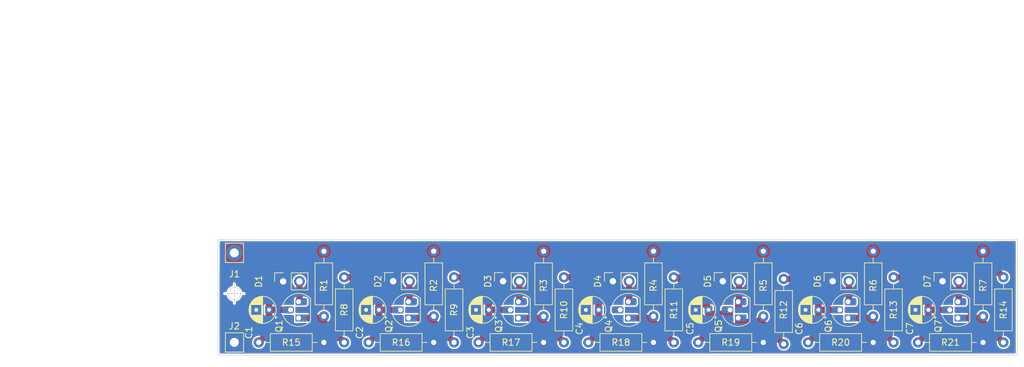
<source format=kicad_pcb>
(kicad_pcb (version 20211014) (generator pcbnew)
  (title_block (title "7 Phasenblinker") (date "2023-03-03") (rev "1.0") (company "HTL-Rankweil") (comment 1 "GAR"))
  (layers (0 "F.Cu" signal) (31 "B.Cu" signal) (34 "B.Paste" user) (35 "F.Paste" user) (36 "B.SilkS" user "B.Silkscreen") (37 "F.SilkS" user "F.Silkscreen") (38 "B.Mask" user) (39 "F.Mask" user) (44 "Edge.Cuts" user))
  (net 0 "")
  (net 1 "Net-(C1-Pad1)")
  (net 2 "GND")
  (net 3 "Net-(C2-Pad1)")
  (net 4 "Net-(C3-Pad1)")
  (net 5 "Net-(C4-Pad1)")
  (net 6 "Net-(C5-Pad1)")
  (net 7 "Net-(C6-Pad1)")
  (net 8 "Net-(C7-Pad1)")
  (net 9 "Net-(D1-Pad2)")
  (net 10 "Net-(D2-Pad2)")
  (net 11 "Net-(D3-Pad2)")
  (net 12 "Net-(D4-Pad2)")
  (net 13 "Net-(D5-Pad2)")
  (net 14 "Net-(D6-Pad2)")
  (net 15 "Net-(D7-Pad2)")
  (net 16 "+9V")
  (net 17 "Net-(Q1-Pad1)")
  (net 18 "Net-(Q2-Pad1)")
  (net 19 "Net-(Q3-Pad1)")
  (net 20 "Net-(Q4-Pad1)")
  (net 21 "Net-(Q5-Pad1)")
  (net 22 "Net-(Q6-Pad1)")
  (net 23 "Net-(Q7-Pad1)")
  (footprint "Package_TO_SOT_THT:TO-92L_HandSolder" (layer "F.Cu") (at 170.065 100.965 90)
    (fp_text reference "Q5" (at -1.27 -3.06 90) (layer "F.SilkS"))
    (fp_text value "BC547")
    (pad "1" thru_hole rect (at 0 0 90) (size 1.1 1.8) (drill 0.75 (offset 0 0.4)) (layers *.Cu *.Mask) (net 21 "Net-(Q5-Pad1)"))
    (pad "2" thru_hole roundrect (at 1.27 -1.27 90) (size 1.1 1.8) (drill 0.75 (offset 0 -0.4)) (layers *.Cu *.Mask) (net 6 "Net-(C5-Pad1)"))
    (pad "3" thru_hole roundrect (at 2.54 0 90) (size 1.1 1.8) (drill 0.75 (offset 0 0.4)) (layers *.Cu *.Mask) (net 13 "Net-(D5-Pad2)"))
  )
  (footprint "Connector_Pin:Pin_D1.4mm_L8.5mm_W2.8mm_FlatFork" (layer "F.Cu") (at 91.44 90.805 90)
    (fp_text reference "J1" (at -3.302 0.025 180) (layer "F.SilkS"))
    (fp_text value "Connector")
    (pad "1" thru_hole circle (at 0 0 90) (size 2.6 2.6) (drill 1.4) (layers *.Cu *.Mask) (net 16 "+9V"))
  )
  (footprint "Resistor_THT:R_Axial_DIN0207_L6.3mm_D2.5mm_P10.16mm_Horizontal" (layer "F.Cu") (at 146.685 104.775)
    (fp_text reference "R18" (at 5.08 0) (layer "F.SilkS"))
    (fp_text value "47k")
    (pad "1" thru_hole circle (at 0 0) (size 1.6 1.6) (drill 0.8) (layers *.Cu *.Mask) (net 5 "Net-(C4-Pad1)"))
    (pad "2" thru_hole oval (at 10.16 0) (size 1.6 1.6) (drill 0.8) (layers *.Cu *.Mask) (net 2 "GND"))
  )
  (footprint "Resistor_THT:R_Axial_DIN0207_L6.3mm_D2.5mm_P10.16mm_Horizontal" (layer "F.Cu") (at 180.975 104.775)
    (fp_text reference "R20" (at 5.08 0) (layer "F.SilkS"))
    (fp_text value "47k")
    (pad "1" thru_hole circle (at 0 0) (size 1.6 1.6) (drill 0.8) (layers *.Cu *.Mask) (net 7 "Net-(C6-Pad1)"))
    (pad "2" thru_hole oval (at 10.16 0) (size 1.6 1.6) (drill 0.8) (layers *.Cu *.Mask) (net 2 "GND"))
  )
  (footprint "Connector_Pin:Pin_D1.4mm_L8.5mm_W2.8mm_FlatFork" (layer "F.Cu") (at 91.44 104.775 90)
    (fp_text reference "J2" (at 2.54 0 180) (layer "F.SilkS"))
    (fp_text value "Connector")
    (pad "1" thru_hole circle (at 0 0 90) (size 2.6 2.6) (drill 1.4) (layers *.Cu *.Mask) (net 2 "GND"))
  )
  (footprint "Resistor_THT:R_Axial_DIN0207_L6.3mm_D2.5mm_P10.16mm_Horizontal" (layer "F.Cu") (at 211.455 104.775 90)
    (fp_text reference "R14" (at 5.08 0 90) (layer "F.SilkS"))
    (fp_text value "47k")
    (pad "1" thru_hole circle (at 0 0 90) (size 1.6 1.6) (drill 0.8) (layers *.Cu *.Mask) (net 23 "Net-(Q7-Pad1)"))
    (pad "2" thru_hole oval (at 10.16 0 90) (size 1.6 1.6) (drill 0.8) (layers *.Cu *.Mask) (net 1 "Net-(C1-Pad1)"))
  )
  (footprint "Resistor_THT:R_Axial_DIN0207_L6.3mm_D2.5mm_P10.16mm_Horizontal" (layer "F.Cu") (at 191.135 90.551 -90)
    (fp_text reference "R6" (at 5.334 0 90) (layer "F.SilkS"))
    (fp_text value "470")
    (pad "1" thru_hole circle (at 0 0 270) (size 1.6 1.6) (drill 0.8) (layers *.Cu *.Mask) (net 16 "+9V"))
    (pad "2" thru_hole oval (at 10.16 0 270) (size 1.6 1.6) (drill 0.8) (layers *.Cu *.Mask) (net 22 "Net-(Q6-Pad1)"))
  )
  (footprint "Resistor_THT:R_Axial_DIN0207_L6.3mm_D2.5mm_P10.16mm_Horizontal" (layer "F.Cu") (at 139.7 90.551 -90)
    (fp_text reference "R3" (at 5.334 0 90) (layer "F.SilkS"))
    (fp_text value "470")
    (pad "1" thru_hole circle (at 0 0 270) (size 1.6 1.6) (drill 0.8) (layers *.Cu *.Mask) (net 16 "+9V"))
    (pad "2" thru_hole oval (at 10.16 0 270) (size 1.6 1.6) (drill 0.8) (layers *.Cu *.Mask) (net 19 "Net-(Q3-Pad1)"))
  )
  (footprint "Connector_PinSocket_2.54mm:PinSocket_1x02_P2.54mm_Vertical" (layer "F.Cu") (at 133.37 95.225 90)
    (fp_text reference "D3" (at -0.025 -2.36 90) (layer "F.SilkS"))
    (fp_text value "LED")
    (pad "1" thru_hole rect (at 0 0 90) (size 1.7 1.7) (drill 1) (layers *.Cu *.Mask) (net 2 "GND"))
    (pad "2" thru_hole oval (at 0 2.54 90) (size 1.7 1.7) (drill 1) (layers *.Cu *.Mask) (net 11 "Net-(D3-Pad2)"))
  )
  (footprint "Package_TO_SOT_THT:TO-92L_HandSolder" (layer "F.Cu") (at 118.63 100.965 90)
    (fp_text reference "Q2" (at -1.27 -3.06 90) (layer "F.SilkS"))
    (fp_text value "BC547")
    (pad "1" thru_hole rect (at 0 0 90) (size 1.1 1.8) (drill 0.75 (offset 0 0.4)) (layers *.Cu *.Mask) (net 18 "Net-(Q2-Pad1)"))
    (pad "2" thru_hole roundrect (at 1.27 -1.27 90) (size 1.1 1.8) (drill 0.75 (offset 0 -0.4)) (layers *.Cu *.Mask) (net 3 "Net-(C2-Pad1)"))
    (pad "3" thru_hole roundrect (at 2.54 0 90) (size 1.1 1.8) (drill 0.75 (offset 0 0.4)) (layers *.Cu *.Mask) (net 10 "Net-(D2-Pad2)"))
  )
  (footprint "Resistor_THT:R_Axial_DIN0207_L6.3mm_D2.5mm_P10.16mm_Horizontal" (layer "F.Cu") (at 108.585 104.775 90)
    (fp_text reference "R8" (at 5.08 0 90) (layer "F.SilkS"))
    (fp_text value "47k")
    (pad "1" thru_hole circle (at 0 0 90) (size 1.6 1.6) (drill 0.8) (layers *.Cu *.Mask) (net 17 "Net-(Q1-Pad1)"))
    (pad "2" thru_hole oval (at 10.16 0 90) (size 1.6 1.6) (drill 0.8) (layers *.Cu *.Mask) (net 3 "Net-(C2-Pad1)"))
  )
  (footprint "Resistor_THT:R_Axial_DIN0207_L6.3mm_D2.5mm_P10.16mm_Horizontal" (layer "F.Cu") (at 142.875 104.775 90)
    (fp_text reference "R10" (at 5.08 0 90) (layer "F.SilkS"))
    (fp_text value "47k")
    (pad "1" thru_hole circle (at 0 0 90) (size 1.6 1.6) (drill 0.8) (layers *.Cu *.Mask) (net 19 "Net-(Q3-Pad1)"))
    (pad "2" thru_hole oval (at 10.16 0 90) (size 1.6 1.6) (drill 0.8) (layers *.Cu *.Mask) (net 5 "Net-(C4-Pad1)"))
  )
  (footprint "Resistor_THT:R_Axial_DIN0207_L6.3mm_D2.5mm_P10.16mm_Horizontal" (layer "F.Cu") (at 160.02 104.775 90)
    (fp_text reference "R11" (at 5.08 0 90) (layer "F.SilkS"))
    (fp_text value "47k")
    (pad "1" thru_hole circle (at 0 0 90) (size 1.6 1.6) (drill 0.8) (layers *.Cu *.Mask) (net 20 "Net-(Q4-Pad1)"))
    (pad "2" thru_hole oval (at 10.16 0 90) (size 1.6 1.6) (drill 0.8) (layers *.Cu *.Mask) (net 6 "Net-(C5-Pad1)"))
  )
  (footprint "Connector_PinSocket_2.54mm:PinSocket_1x02_P2.54mm_Vertical" (layer "F.Cu") (at 184.805 95.225 90)
    (fp_text reference "D6" (at -0.025 -2.36 90) (layer "F.SilkS"))
    (fp_text value "LED")
    (pad "1" thru_hole rect (at 0 0 90) (size 1.7 1.7) (drill 1) (layers *.Cu *.Mask) (net 2 "GND"))
    (pad "2" thru_hole oval (at 0 2.54 90) (size 1.7 1.7) (drill 1) (layers *.Cu *.Mask) (net 14 "Net-(D6-Pad2)"))
  )
  (footprint "Resistor_THT:R_Axial_DIN0207_L6.3mm_D2.5mm_P10.16mm_Horizontal" (layer "F.Cu") (at 129.54 104.775)
    (fp_text reference "R17" (at 5.08 0) (layer "F.SilkS"))
    (fp_text value "47k")
    (pad "1" thru_hole circle (at 0 0) (size 1.6 1.6) (drill 0.8) (layers *.Cu *.Mask) (net 4 "Net-(C3-Pad1)"))
    (pad "2" thru_hole oval (at 10.16 0) (size 1.6 1.6) (drill 0.8) (layers *.Cu *.Mask) (net 2 "GND"))
  )
  (footprint "Connector_PinSocket_2.54mm:PinSocket_1x02_P2.54mm_Vertical" (layer "F.Cu") (at 150.515 95.225 90)
    (fp_text reference "D4" (at -0.025 -2.36 90) (layer "F.SilkS"))
    (fp_text value "LED")
    (pad "1" thru_hole rect (at 0 0 90) (size 1.7 1.7) (drill 1) (layers *.Cu *.Mask) (net 2 "GND"))
    (pad "2" thru_hole oval (at 0 2.54 90) (size 1.7 1.7) (drill 1) (layers *.Cu *.Mask) (net 12 "Net-(D4-Pad2)"))
  )
  (footprint "Resistor_THT:R_Axial_DIN0207_L6.3mm_D2.5mm_P10.16mm_Horizontal" (layer "F.Cu") (at 173.99 90.551 -90)
    (fp_text reference "R5" (at 5.334 0 90) (layer "F.SilkS"))
    (fp_text value "470")
    (pad "1" thru_hole circle (at 0 0 270) (size 1.6 1.6) (drill 0.8) (layers *.Cu *.Mask) (net 16 "+9V"))
    (pad "2" thru_hole oval (at 10.16 0 270) (size 1.6 1.6) (drill 0.8) (layers *.Cu *.Mask) (net 21 "Net-(Q5-Pad1)"))
  )
  (footprint "Connector_PinSocket_2.54mm:PinSocket_1x02_P2.54mm_Vertical" (layer "F.Cu") (at 116.225 95.225 90)
    (fp_text reference "D2" (at -0.025 -2.36 90) (layer "F.SilkS"))
    (fp_text value "LED")
    (pad "1" thru_hole rect (at 0 0 90) (size 1.7 1.7) (drill 1) (layers *.Cu *.Mask) (net 2 "GND"))
    (pad "2" thru_hole oval (at 0 2.54 90) (size 1.7 1.7) (drill 1) (layers *.Cu *.Mask) (net 10 "Net-(D2-Pad2)"))
  )
  (footprint "Package_TO_SOT_THT:TO-92L_HandSolder" (layer "F.Cu") (at 135.775 100.965 90)
    (fp_text reference "Q3" (at -1.27 -3.06 90) (layer "F.SilkS"))
    (fp_text value "BC547")
    (pad "1" thru_hole rect (at 0 0 90) (size 1.1 1.8) (drill 0.75 (offset 0 0.4)) (layers *.Cu *.Mask) (net 19 "Net-(Q3-Pad1)"))
    (pad "2" thru_hole roundrect (at 1.27 -1.27 90) (size 1.1 1.8) (drill 0.75 (offset 0 -0.4)) (layers *.Cu *.Mask) (net 4 "Net-(C3-Pad1)"))
    (pad "3" thru_hole roundrect (at 2.54 0 90) (size 1.1 1.8) (drill 0.75 (offset 0 0.4)) (layers *.Cu *.Mask) (net 11 "Net-(D3-Pad2)"))
  )
  (footprint "Resistor_THT:R_Axial_DIN0207_L6.3mm_D2.5mm_P10.16mm_Horizontal" (layer "F.Cu") (at 163.83 104.775)
    (fp_text reference "R19" (at 5.08 0) (layer "F.SilkS"))
    (fp_text value "47k")
    (pad "1" thru_hole circle (at 0 0) (size 1.6 1.6) (drill 0.8) (layers *.Cu *.Mask) (net 6 "Net-(C5-Pad1)"))
    (pad "2" thru_hole oval (at 10.16 0) (size 1.6 1.6) (drill 0.8) (layers *.Cu *.Mask) (net 2 "GND"))
  )
  (footprint "Resistor_THT:R_Axial_DIN0207_L6.3mm_D2.5mm_P10.16mm_Horizontal" (layer "F.Cu") (at 122.555 90.551 -90)
    (fp_text reference "R2" (at 5.334 0 90) (layer "F.SilkS"))
    (fp_text value "470")
    (pad "1" thru_hole circle (at 0 0 270) (size 1.6 1.6) (drill 0.8) (layers *.Cu *.Mask) (net 16 "+9V"))
    (pad "2" thru_hole oval (at 10.16 0 270) (size 1.6 1.6) (drill 0.8) (layers *.Cu *.Mask) (net 18 "Net-(Q2-Pad1)"))
  )
  (footprint "Resistor_THT:R_Axial_DIN0207_L6.3mm_D2.5mm_P10.16mm_Horizontal" (layer "F.Cu") (at 194.31 104.775 90)
    (fp_text reference "R13" (at 5.08 0 90) (layer "F.SilkS"))
    (fp_text value "47k")
    (pad "1" thru_hole circle (at 0 0 90) (size 1.6 1.6) (drill 0.8) (layers *.Cu *.Mask) (net 22 "Net-(Q6-Pad1)"))
    (pad "2" thru_hole oval (at 10.16 0 90) (size 1.6 1.6) (drill 0.8) (layers *.Cu *.Mask) (net 8 "Net-(C7-Pad1)"))
  )
  (footprint "Capacitor_THT:CP_Radial_D4.0mm_P2.00mm" (layer "F.Cu") (at 96.8576 99.695 180)
    (fp_text reference "C1" (at 3.1316 -3.556 90) (layer "F.SilkS"))
    (fp_text value "10u")
    (pad "1" thru_hole rect (at 0 0 180) (size 1.2 1.2) (drill 0.6) (layers *.Cu *.Mask) (net 1 "Net-(C1-Pad1)"))
    (pad "2" thru_hole circle (at 2 0 180) (size 1.2 1.2) (drill 0.6) (layers *.Cu *.Mask) (net 2 "GND"))
  )
  (footprint "Resistor_THT:R_Axial_DIN0207_L6.3mm_D2.5mm_P10.16mm_Horizontal" (layer "F.Cu") (at 125.73 104.775 90)
    (fp_text reference "R9" (at 5.08 0 90) (layer "F.SilkS"))
    (fp_text value "47k")
    (pad "1" thru_hole circle (at 0 0 90) (size 1.6 1.6) (drill 0.8) (layers *.Cu *.Mask) (net 18 "Net-(Q2-Pad1)"))
    (pad "2" thru_hole oval (at 10.16 0 90) (size 1.6 1.6) (drill 0.8) (layers *.Cu *.Mask) (net 4 "Net-(C3-Pad1)"))
  )
  (footprint "Resistor_THT:R_Axial_DIN0207_L6.3mm_D2.5mm_P10.16mm_Horizontal" (layer "F.Cu") (at 95.25 104.775)
    (fp_text reference "R15" (at 5.08 0) (layer "F.SilkS"))
    (fp_text value "47k")
    (pad "1" thru_hole circle (at 0 0) (size 1.6 1.6) (drill 0.8) (layers *.Cu *.Mask) (net 1 "Net-(C1-Pad1)"))
    (pad "2" thru_hole oval (at 10.16 0) (size 1.6 1.6) (drill 0.8) (layers *.Cu *.Mask) (net 2 "GND"))
  )
  (footprint "Resistor_THT:R_Axial_DIN0207_L6.3mm_D2.5mm_P10.16mm_Horizontal" (layer "F.Cu") (at 105.41 90.551 -90)
    (fp_text reference "R1" (at 5.334 0 90) (layer "F.SilkS"))
    (fp_text value "470")
    (pad "1" thru_hole circle (at 0 0 270) (size 1.6 1.6) (drill 0.8) (layers *.Cu *.Mask) (net 16 "+9V"))
    (pad "2" thru_hole oval (at 10.16 0 270) (size 1.6 1.6) (drill 0.8) (layers *.Cu *.Mask) (net 17 "Net-(Q1-Pad1)"))
  )
  (footprint "Connector_PinSocket_2.54mm:PinSocket_1x02_P2.54mm_Vertical" (layer "F.Cu") (at 201.95 95.225 90)
    (fp_text reference "D7" (at -0.025 -2.36 90) (layer "F.SilkS"))
    (fp_text value "LED")
    (pad "1" thru_hole rect (at 0 0 90) (size 1.7 1.7) (drill 1) (layers *.Cu *.Mask) (net 2 "GND"))
    (pad "2" thru_hole oval (at 0 2.54 90) (size 1.7 1.7) (drill 1) (layers *.Cu *.Mask) (net 15 "Net-(D7-Pad2)"))
  )
  (footprint "Connector_PinSocket_2.54mm:PinSocket_1x02_P2.54mm_Vertical" (layer "F.Cu") (at 167.66 95.225 90)
    (fp_text reference "D5" (at -0.025 -2.36 90) (layer "F.SilkS"))
    (fp_text value "LED")
    (pad "1" thru_hole rect (at 0 0 90) (size 1.7 1.7) (drill 1) (layers *.Cu *.Mask) (net 2 "GND"))
    (pad "2" thru_hole oval (at 0 2.54 90) (size 1.7 1.7) (drill 1) (layers *.Cu *.Mask) (net 13 "Net-(D5-Pad2)"))
  )
  (footprint "Resistor_THT:R_Axial_DIN0207_L6.3mm_D2.5mm_P10.16mm_Horizontal" (layer "F.Cu") (at 156.845 90.551 -90)
    (fp_text reference "R4" (at 5.334 0 90) (layer "F.SilkS"))
    (fp_text value "470")
    (pad "1" thru_hole circle (at 0 0 270) (size 1.6 1.6) (drill 0.8) (layers *.Cu *.Mask) (net 16 "+9V"))
    (pad "2" thru_hole oval (at 10.16 0 270) (size 1.6 1.6) (drill 0.8) (layers *.Cu *.Mask) (net 20 "Net-(Q4-Pad1)"))
  )
  (footprint "Capacitor_THT:CP_Radial_D4.0mm_P2.00mm" (layer "F.Cu") (at 165.4376 99.695 180)
    (fp_text reference "C5" (at 2.8776 -2.921 90) (layer "F.SilkS"))
    (fp_text value "10u")
    (pad "1" thru_hole rect (at 0 0 180) (size 1.2 1.2) (drill 0.6) (layers *.Cu *.Mask) (net 6 "Net-(C5-Pad1)"))
    (pad "2" thru_hole circle (at 2 0 180) (size 1.2 1.2) (drill 0.6) (layers *.Cu *.Mask) (net 2 "GND"))
  )
  (footprint "Capacitor_THT:CP_Radial_D4.0mm_P2.00mm" (layer "F.Cu") (at 114.0026 99.695 180)
    (fp_text reference "C2" (at 3.0046 -3.556 90) (layer "F.SilkS"))
    (fp_text value "10u")
    (pad "1" thru_hole rect (at 0 0 180) (size 1.2 1.2) (drill 0.6) (layers *.Cu *.Mask) (net 3 "Net-(C2-Pad1)"))
    (pad "2" thru_hole circle (at 2 0 180) (size 1.2 1.2) (drill 0.6) (layers *.Cu *.Mask) (net 2 "GND"))
  )
  (footprint "Package_TO_SOT_THT:TO-92L_HandSolder" (layer "F.Cu") (at 187.21 100.965 90)
    (fp_text reference "Q6" (at -1.27 -3.06 90) (layer "F.SilkS"))
    (fp_text value "BC547")
    (pad "1" thru_hole rect (at 0 0 90) (size 1.1 1.8) (drill 0.75 (offset 0 0.4)) (layers *.Cu *.Mask) (net 22 "Net-(Q6-Pad1)"))
    (pad "2" thru_hole roundrect (at 1.27 -1.27 90) (size 1.1 1.8) (drill 0.75 (offset 0 -0.4)) (layers *.Cu *.Mask) (net 7 "Net-(C6-Pad1)"))
    (pad "3" thru_hole roundrect (at 2.54 0 90) (size 1.1 1.8) (drill 0.75 (offset 0 0.4)) (layers *.Cu *.Mask) (net 14 "Net-(D6-Pad2)"))
  )
  (footprint "Capacitor_THT:CP_Radial_D4.0mm_P2.00mm" (layer "F.Cu") (at 199.7276 99.695 180)
    (fp_text reference "C7" (at 2.8776 -2.921 90) (layer "F.SilkS"))
    (fp_text value "10u")
    (pad "1" thru_hole rect (at 0 0 180) (size 1.2 1.2) (drill 0.6) (layers *.Cu *.Mask) (net 8 "Net-(C7-Pad1)"))
    (pad "2" thru_hole circle (at 2 0 180) (size 1.2 1.2) (drill 0.6) (layers *.Cu *.Mask) (net 2 "GND"))
  )
  (footprint "Connector_PinSocket_2.54mm:PinSocket_1x02_P2.54mm_Vertical" (layer "F.Cu") (at 99.06 95.25 90)
    (fp_text reference "D1" (at 0 -3.81 90) (layer "F.SilkS"))
    (fp_text value "LED")
    (pad "1" thru_hole rect (at 0 0 90) (size 1.7 1.7) (drill 1) (layers *.Cu *.Mask) (net 2 "GND"))
    (pad "2" thru_hole oval (at 0 2.54 90) (size 1.7 1.7) (drill 1) (layers *.Cu *.Mask) (net 9 "Net-(D1-Pad2)"))
  )
  (footprint "Package_TO_SOT_THT:TO-92L_HandSolder" (layer "F.Cu") (at 101.485 100.965 90)
    (fp_text reference "Q1" (at -1.27 -3.06 90) (layer "F.SilkS"))
    (fp_text value "BC547")
    (pad "1" thru_hole rect (at 0 0 90) (size 1.1 1.8) (drill 0.75 (offset 0 0.4)) (layers *.Cu *.Mask) (net 17 "Net-(Q1-Pad1)"))
    (pad "2" thru_hole roundrect (at 1.27 -1.27 90) (size 1.1 1.8) (drill 0.75 (offset 0 -0.4)) (layers *.Cu *.Mask) (net 1 "Net-(C1-Pad1)"))
    (pad "3" thru_hole roundrect (at 2.54 0 90) (size 1.1 1.8) (drill 0.75 (offset 0 0.4)) (layers *.Cu *.Mask) (net 9 "Net-(D1-Pad2)"))
  )
  (footprint "Resistor_THT:R_Axial_DIN0207_L6.3mm_D2.5mm_P10.16mm_Horizontal" (layer "F.Cu") (at 177.165 105.029 90)
    (fp_text reference "R12" (at 5.334 0 90) (layer "F.SilkS"))
    (fp_text value "47k")
    (pad "1" thru_hole circle (at 0 0 90) (size 1.6 1.6) (drill 0.8) (layers *.Cu *.Mask) (net 21 "Net-(Q5-Pad1)"))
    (pad "2" thru_hole oval (at 10.16 0 90) (size 1.6 1.6) (drill 0.8) (layers *.Cu *.Mask) (net 7 "Net-(C6-Pad1)"))
  )
  (footprint "Package_TO_SOT_THT:TO-92L_HandSolder" (layer "F.Cu") (at 152.92 100.965 90)
    (fp_text reference "Q4" (at -1.27 -3.06 90) (layer "F.SilkS"))
    (fp_text value "BC547")
    (pad "1" thru_hole rect (at 0 0 90) (size 1.1 1.8) (drill 0.75 (offset 0 0.4)) (layers *.Cu *.Mask) (net 20 "Net-(Q4-Pad1)"))
    (pad "2" thru_hole roundrect (at 1.27 -1.27 90) (size 1.1 1.8) (drill 0.75 (offset 0 -0.4)) (layers *.Cu *.Mask) (net 5 "Net-(C4-Pad1)"))
    (pad "3" thru_hole roundrect (at 2.54 0 90) (size 1.1 1.8) (drill 0.75 (offset 0 0.4)) (layers *.Cu *.Mask) (net 12 "Net-(D4-Pad2)"))
  )
  (footprint "Resistor_THT:R_Axial_DIN0207_L6.3mm_D2.5mm_P10.16mm_Horizontal" (layer "F.Cu") (at 112.395 104.775)
    (fp_text reference "R16" (at 5.08 0) (layer "F.SilkS"))
    (fp_text value "47k")
    (pad "1" thru_hole circle (at 0 0) (size 1.6 1.6) (drill 0.8) (layers *.Cu *.Mask) (net 3 "Net-(C2-Pad1)"))
    (pad "2" thru_hole oval (at 10.16 0) (size 1.6 1.6) (drill 0.8) (layers *.Cu *.Mask) (net 2 "GND"))
  )
  (footprint "Capacitor_THT:CP_Radial_D4.0mm_P2.00mm" (layer "F.Cu") (at 148.2926 99.695 180)
    (fp_text reference "C4" (at 3.0046 -2.921 90) (layer "F.SilkS"))
    (fp_text value "10u")
    (pad "1" thru_hole rect (at 0 0 180) (size 1.2 1.2) (drill 0.6) (layers *.Cu *.Mask) (net 5 "Net-(C4-Pad1)"))
    (pad "2" thru_hole circle (at 2 0 180) (size 1.2 1.2) (drill 0.6) (layers *.Cu *.Mask) (net 2 "GND"))
  )
  (footprint "Package_TO_SOT_THT:TO-92L_HandSolder" (layer "F.Cu") (at 204.355 100.965 90)
    (fp_text reference "Q7" (at -1.27 -3.06 90) (layer "F.SilkS"))
    (fp_text value "BC547")
    (pad "1" thru_hole rect (at 0 0 90) (size 1.1 1.8) (drill 0.75 (offset 0 0.4)) (layers *.Cu *.Mask) (net 23 "Net-(Q7-Pad1)"))
    (pad "2" thru_hole roundrect (at 1.27 -1.27 90) (size 1.1 1.8) (drill 0.75 (offset 0 -0.4)) (layers *.Cu *.Mask) (net 8 "Net-(C7-Pad1)"))
    (pad "3" thru_hole roundrect (at 2.54 0 90) (size 1.1 1.8) (drill 0.75 (offset 0 0.4)) (layers *.Cu *.Mask) (net 15 "Net-(D7-Pad2)"))
  )
  (footprint "Resistor_THT:R_Axial_DIN0207_L6.3mm_D2.5mm_P10.16mm_Horizontal" (layer "F.Cu") (at 198.12 104.775)
    (fp_text reference "R21" (at 5.08 0) (layer "F.SilkS"))
    (fp_text value "47k")
    (pad "1" thru_hole circle (at 0 0) (size 1.6 1.6) (drill 0.8) (layers *.Cu *.Mask) (net 8 "Net-(C7-Pad1)"))
    (pad "2" thru_hole oval (at 10.16 0) (size 1.6 1.6) (drill 0.8) (layers *.Cu *.Mask) (net 2 "GND"))
  )
  (footprint "Capacitor_THT:CP_Radial_D4.0mm_P2.00mm" (layer "F.Cu") (at 182.5826 99.695 180)
    (fp_text reference "C6" (at 3.0046 -2.921 90) (layer "F.SilkS"))
    (fp_text value "10u")
    (pad "1" thru_hole rect (at 0 0 180) (size 1.2 1.2) (drill 0.6) (layers *.Cu *.Mask) (net 7 "Net-(C6-Pad1)"))
    (pad "2" thru_hole circle (at 2 0 180) (size 1.2 1.2) (drill 0.6) (layers *.Cu *.Mask) (net 2 "GND"))
  )
  (footprint "Resistor_THT:R_Axial_DIN0207_L6.3mm_D2.5mm_P10.16mm_Horizontal" (layer "F.Cu") (at 208.28 90.551 -90)
    (fp_text reference "R7" (at 5.334 0 90) (layer "F.SilkS"))
    (fp_text value "470")
    (pad "1" thru_hole circle (at 0 0 270) (size 1.6 1.6) (drill 0.8) (layers *.Cu *.Mask) (net 16 "+9V"))
    (pad "2" thru_hole oval (at 10.16 0 270) (size 1.6 1.6) (drill 0.8) (layers *.Cu *.Mask) (net 23 "Net-(Q7-Pad1)"))
  )
  (footprint "Capacitor_THT:CP_Radial_D4.0mm_P2.00mm" (layer "F.Cu") (at 131.1476 99.695 180)
    (fp_text reference "C3" (at 2.8776 -3.556 90) (layer "F.SilkS"))
    (fp_text value "10u")
    (pad "1" thru_hole rect (at 0 0 180) (size 1.2 1.2) (drill 0.6) (layers *.Cu *.Mask) (net 4 "Net-(C3-Pad1)"))
    (pad "2" thru_hole circle (at 2 0 180) (size 1.2 1.2) (drill 0.6) (layers *.Cu *.Mask) (net 2 "GND"))
  )
  (gr_rect (start 88.9 88.729596) (end 213.61 106.744596) (layer "Edge.Cuts") (width 0.1) (fill none))
  (target plus (at 91.44 97.155) (size 3) (width 0.1) (layer "Edge.Cuts"))
  (segment (start 96.8576 99.695) (end 96.8576 94.5314) (width 1) (layer "F.Cu") (net 1))
  (segment (start 96.8576 94.5314) (end 98.806 92.583) (width 1) (layer "F.Cu") (net 1))
  (segment (start 209.423 92.583) (end 211.455 94.615) (width 1) (layer "F.Cu") (net 1))
  (segment (start 96.8576 103.1674) (end 95.25 104.775) (width 1) (layer "F.Cu") (net 1))
  (segment (start 100.215 99.695) (end 96.8576 99.695) (width 1) (layer "F.Cu") (net 1))
  (segment (start 96.8576 99.695) (end 96.8576 103.1674) (width 1) (layer "F.Cu") (net 1))
  (segment (start 98.806 92.583) (end 209.423 92.583) (width 1) (layer "F.Cu") (net 1))
  (segment (start 114.0026 103.1674) (end 112.395 104.775) (width 1) (layer "F.Cu") (net 3))
  (segment (start 114.0026 99.695) (end 114.0026 103.1674) (width 1) (layer "F.Cu") (net 3))
  (segment (start 114.002599 99.695) (end 114.002599 98.762599) (width 1) (layer "F.Cu") (net 3))
  (segment (start 114.002599 98.762599) (end 109.855 94.615) (width 1) (layer "F.Cu") (net 3))
  (segment (start 117.36 99.695) (end 114.002599 99.695) (width 1) (layer "F.Cu") (net 3))
  (segment (start 109.855 94.615) (end 108.585 94.615) (width 1) (layer "F.Cu") (net 3))
  (segment (start 127 94.615) (end 125.73 94.615) (width 1) (layer "F.Cu") (net 4))
  (segment (start 131.1476 98.7626) (end 127 94.615) (width 1) (layer "F.Cu") (net 4))
  (segment (start 134.505 99.695) (end 131.1476 99.695) (width 1) (layer "F.Cu") (net 4))
  (segment (start 131.1476 99.695) (end 131.1476 98.7626) (width 1) (layer "F.Cu") (net 4))
  (segment (start 131.1476 99.695) (end 131.1476 103.1674) (width 1) (layer "F.Cu") (net 4))
  (segment (start 131.1476 103.1674) (end 129.54 104.775) (width 1) (layer "F.Cu") (net 4))
  (segment (start 144.145 94.615) (end 142.875 94.615) (width 1) (layer "F.Cu") (net 5))
  (segment (start 148.2926 99.695) (end 148.2926 103.1674) (width 1) (layer "F.Cu") (net 5))
  (segment (start 148.2926 98.7626) (end 144.145 94.615) (width 1) (layer "F.Cu") (net 5))
  (segment (start 148.2926 99.695) (end 148.2926 98.7626) (width 1) (layer "F.Cu") (net 5))
  (segment (start 148.2926 103.1674) (end 146.685 104.775) (width 1) (layer "F.Cu") (net 5))
  (segment (start 165.437599 99.397599) (end 165.437599 100.33) (width 1) (layer "F.Cu") (net 6))
  (segment (start 165.4376 100.33) (end 165.4376 103.1674) (width 1) (layer "F.Cu") (net 6))
  (segment (start 160.655 94.615) (end 165.437599 99.397599) (width 1) (layer "F.Cu") (net 6))
  (segment (start 165.4376 103.1674) (end 163.83 104.775) (width 1) (layer "F.Cu") (net 6))
  (segment (start 160.02 94.615) (end 160.655 94.615) (width 1) (layer "F.Cu") (net 6))
  (segment (start 168.795 100.33) (end 165.437599 100.33) (width 1) (layer "F.Cu") (net 6))
  (segment (start 185.94 99.695) (end 182.5826 99.695) (width 1) (layer "F.Cu") (net 7))
  (segment (start 182.5826 99.695) (end 182.5826 98.7626) (width 1) (layer "F.Cu") (net 7))
  (segment (start 182.5826 98.7626) (end 178.689 94.869) (width 1) (layer "F.Cu") (net 7))
  (segment (start 178.689 94.869) (end 177.165 94.869) (width 1) (layer "F.Cu") (net 7))
  (segment (start 182.5826 103.1674) (end 180.975 104.775) (width 1) (layer "F.Cu") (net 7))
  (segment (start 182.5826 99.695) (end 182.5826 103.1674) (width 1) (layer "F.Cu") (net 7))
  (segment (start 199.7276 98.7626) (end 195.58 94.615) (width 1) (layer "F.Cu") (net 8))
  (segment (start 199.7276 99.695) (end 199.7276 103.1674) (width 1) (layer "F.Cu") (net 8))
  (segment (start 195.58 94.615) (end 194.31 94.615) (width 1) (layer "F.Cu") (net 8))
  (segment (start 199.7276 99.695) (end 199.7276 98.7626) (width 1) (layer "F.Cu") (net 8))
  (segment (start 199.7276 103.1674) (end 198.12 104.775) (width 1) (layer "F.Cu") (net 8))
  (segment (start 203.085 99.695) (end 199.7276 99.695) (width 1) (layer "F.Cu") (net 8))
  (segment (start 101.6 95.25) (end 101.6 98.31) (width 1) (layer "F.Cu") (net 9))
  (segment (start 101.6 98.31) (end 101.485 98.425) (width 1) (layer "F.Cu") (net 9))
  (segment (start 118.765 95.225) (end 118.765 98.29) (width 1) (layer "F.Cu") (net 10))
  (segment (start 118.765 98.29) (end 118.63 98.425) (width 1) (layer "F.Cu") (net 10))
  (segment (start 135.91 98.29) (end 135.775 98.425) (width 1) (layer "F.Cu") (net 11))
  (segment (start 135.91 98.417) (end 135.902 98.425) (width 1) (layer "F.Cu") (net 11))
  (segment (start 135.91 95.225) (end 135.91 98.29) (width 1) (layer "F.Cu") (net 11))
  (segment (start 153.055 95.225) (end 153.055 98.29) (width 1) (layer "F.Cu") (net 12))
  (segment (start 153.055 98.29) (end 152.92 98.425) (width 1) (layer "F.Cu") (net 12))
  (segment (start 170.2 95.225) (end 170.2 98.925) (width 1) (layer "F.Cu") (net 13))
  (segment (start 170.2 98.925) (end 170.065 99.06) (width 1) (layer "F.Cu") (net 13))
  (segment (start 187.345 95.225) (end 187.345 98.29) (width 1) (layer "F.Cu") (net 14))
  (segment (start 187.345 98.29) (end 187.21 98.425) (width 1) (layer "F.Cu") (net 14))
  (segment (start 204.49 95.225) (end 204.49 98.29) (width 1) (layer "F.Cu") (net 15))
  (segment (start 204.49 98.29) (end 204.355 98.425) (width 1) (layer "F.Cu") (net 15))
  (segment (start 104.775 100.965) (end 104.14 100.965) (width 1) (layer "F.Cu") (net 17))
  (segment (start 108.585 104.775) (end 104.775 100.965) (width 1) (layer "F.Cu") (net 17))
  (segment (start 104.14 100.965) (end 105.156 100.965) (width 1) (layer "F.Cu") (net 17))
  (segment (start 105.156 100.965) (end 105.41 100.711) (width 1) (layer "F.Cu") (net 17))
  (segment (start 101.6 100.965) (end 104.14 100.965) (width 1) (layer "F.Cu") (net 17))
  (segment (start 121.92 100.965) (end 118.63 100.965) (width 1) (layer "F.Cu") (net 18))
  (segment (start 122.301 100.965) (end 122.555 100.711) (width 1) (layer "F.Cu") (net 18))
  (segment (start 125.73 104.775) (end 121.92 100.965) (width 1) (layer "F.Cu") (net 18))
  (segment (start 118.63 100.965) (end 122.301 100.965) (width 1) (layer "F.Cu") (net 18))
  (segment (start 139.446 100.965) (end 139.7 100.711) (width 1) (layer "F.Cu") (net 19))
  (segment (start 142.875 104.775) (end 139.065 100.965) (width 1) (layer "F.Cu") (net 19))
  (segment (start 139.065 100.965) (end 138.938 100.965) (width 1) (layer "F.Cu") (net 19))
  (segment (start 135.902 100.965) (end 138.938 100.965) (width 1) (layer "F.Cu") (net 19))
  (segment (start 138.938 100.965) (end 139.446 100.965) (width 1) (layer "F.Cu") (net 19))
  (segment (start 152.92 100.965) (end 156.21 100.965) (width 1) (layer "F.Cu") (net 20))
  (segment (start 156.591 100.965) (end 156.845 100.711) (width 1) (layer "F.Cu") (net 20))
  (segment (start 156.21 100.965) (end 156.591 100.965) (width 1) (layer "F.Cu") (net 20))
  (segment (start 160.02 104.775) (end 156.21 100.965) (width 1) (layer "F.Cu") (net 20))
  (segment (start 173.736 101.6) (end 173.101 101.6) (width 1) (layer "F.Cu") (net 21))
  (segment (start 177.165 105.029) (end 173.736 101.6) (width 1) (layer "F.Cu") (net 21))
  (segment (start 170.065 101.6) (end 173.101 101.6) (width 1) (layer "F.Cu") (net 21))
  (segment (start 173.101 101.6) (end 173.99 100.711) (width 1) (layer "F.Cu") (net 21))
  (segment (start 190.5 100.965) (end 189.865 100.965) (width 1) (layer "F.Cu") (net 22))
  (segment (start 187.21 100.965) (end 189.865 100.965) (width 1) (layer "F.Cu") (net 22))
  (segment (start 194.31 104.775) (end 190.5 100.965) (width 1) (layer "F.Cu") (net 22))
  (segment (start 190.881 100.965) (end 191.135 100.711) (width 1) (layer "F.Cu") (net 22))
  (segment (start 189.865 100.965) (end 190.881 100.965) (width 1) (layer "F.Cu") (net 22))
  (segment (start 211.455 104.775) (end 207.645 100.965) (width 1) (layer "F.Cu") (net 23))
  (segment (start 207.645 100.965) (end 204.355 100.965) (width 1) (layer "F.Cu") (net 23))
  (segment (start 208.026 100.965) (end 208.28 100.711) (width 1) (layer "F.Cu") (net 23))
  (segment (start 207.645 100.965) (end 208.026 100.965) (width 1) (layer "F.Cu") (net 23))
  (segment (start 208.28 100.965) (end 207.645 100.965) (width 1) (layer "F.Cu") (net 23))
  (zone (net 16) (net_name "+9V") (layer "F.Cu") (priority 1) (connect_pads yes (clearance 0.508)) (min_thickness 0.254) (fill yes (thermal_gap 0.508) (thermal_bridge_width 0.508))
    (polygon (pts (xy 209.931 91.694) (xy 93.98 91.694) (xy 93.98 92.964) (xy 88.9 92.964) (xy 88.9 88.773) (xy 209.931 88.773)))
  )
  (zone (net 2) (net_name "GND") (layers F&B.Cu) (connect_pads yes (clearance 0.254)) (min_thickness 0.254) (fill yes (thermal_gap 0.508) (thermal_bridge_width 0.508))
    (polygon (pts (xy 213.65 106.744596) (xy 88.89 106.744596) (xy 88.89 88.729596) (xy 213.65 88.729596)))
  )
)
</source>
